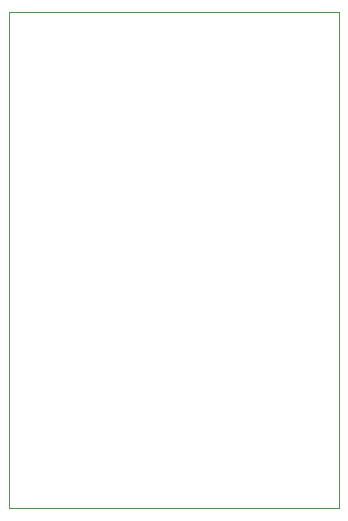
<source format=gbr>
%TF.GenerationSoftware,KiCad,Pcbnew,8.0.3*%
%TF.CreationDate,2024-08-12T18:47:13+02:00*%
%TF.ProjectId,led-strip-connector,6c65642d-7374-4726-9970-2d636f6e6e65,rev?*%
%TF.SameCoordinates,Original*%
%TF.FileFunction,Profile,NP*%
%FSLAX46Y46*%
G04 Gerber Fmt 4.6, Leading zero omitted, Abs format (unit mm)*
G04 Created by KiCad (PCBNEW 8.0.3) date 2024-08-12 18:47:13*
%MOMM*%
%LPD*%
G01*
G04 APERTURE LIST*
%TA.AperFunction,Profile*%
%ADD10C,0.050000*%
%TD*%
G04 APERTURE END LIST*
D10*
X144000000Y-121000000D02*
X144000000Y-79000000D01*
X144000000Y-79000000D02*
X170000000Y-79000000D01*
X172000000Y-79000000D02*
X170000000Y-79000000D01*
X170000000Y-121000000D02*
X144000000Y-121000000D01*
X172000000Y-79000000D02*
X172000000Y-121000000D01*
X170000000Y-121000000D02*
X172000000Y-121000000D01*
M02*

</source>
